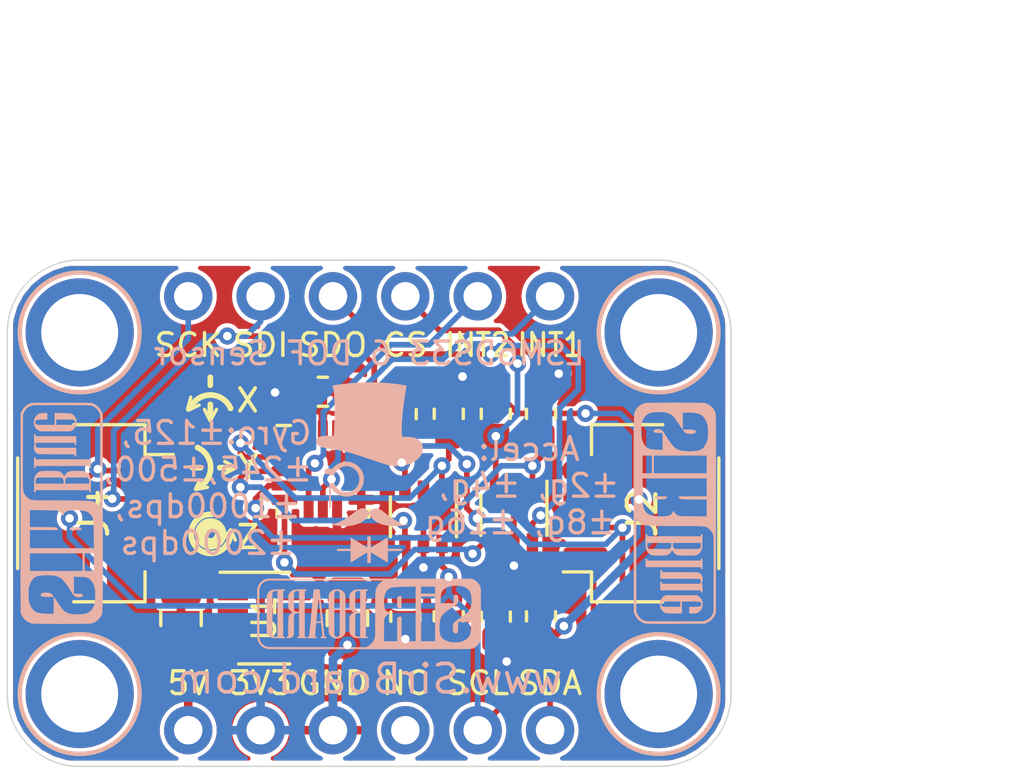
<source format=kicad_pcb>
(kicad_pcb (version 20171130) (host pcbnew "(5.1.2)-2")
  (title_block (title "LSM6DS33 Breakout with 5V Level Shift") (date 2020-01-21) (rev 2) (company SirBoard) (comment 1 "Gyroscope: ±125/±245/±500/±1000/±2000 dps") (comment 2 "Accelerometer: ±2g, ±4g, ±8g, ±16g") (comment 3 "Digital Accelerometer and Gyroscope with I2C and SPI") (comment 4 "LSM6DS33 - SirBlue"))
  (layers (0 F.Cu signal) (31 B.Cu signal) (34 B.Paste user hide) (35 F.Paste user hide) (36 B.SilkS user) (37 F.SilkS user) (38 B.Mask user hide) (39 F.Mask user hide) (44 Edge.Cuts user))
  (net 0 "")
  (net 1 GND)
  (net 2 5V)
  (net 3 3V3)
  (net 4 "Net-(U1-Pad4)")
  (net 5 INT1)
  (net 6 SCL_5V)
  (net 7 SDA_3V3)
  (net 8 SDA_5V)
  (net 9 SCL_3V3)
  (net 10 CS_5V)
  (net 11 CS_3V3)
  (net 12 NC)
  (net 13 SDO_5V)
  (net 14 SDO_3V3)
  (net 15 INT2)
  (net 16 "Net-(U2-Pad14)")
  (module SirBoardLibrary:QFN-COL-16-P=0.5 (layer F.Cu) (at 63.6524 34.4932)
    (fp_text reference U2 hide)
    (fp_text value LSM6DS33)
    (pad 16 smd roundrect (at -0.5 -1.35) (size 0.35 0.9) (layers F.Cu F.Paste F.Mask) (roundrect_rratio 0.15) (net 3 3V3))
    (pad 15 smd roundrect (at 0 -1.35) (size 0.35 0.9) (layers F.Cu F.Paste F.Mask) (roundrect_rratio 0.15) (net 1 GND))
    (pad 14 smd roundrect (at 0.5 -1.35) (size 0.35 0.9) (layers F.Cu F.Paste F.Mask) (roundrect_rratio 0.15) (net 16 "Net-(U2-Pad14)"))
    (pad 13 smd roundrect (at 1.35 -1 270) (size 0.35 0.9) (layers F.Cu F.Paste F.Mask) (roundrect_rratio 0.15) (net 1 GND))
    (pad 12 smd roundrect (at 1.35 -0.5 270) (size 0.35 0.9) (layers F.Cu F.Paste F.Mask) (roundrect_rratio 0.15) (net 1 GND))
    (pad 11 smd roundrect (at 1.35 0 270) (size 0.35 0.9) (layers F.Cu F.Paste F.Mask) (roundrect_rratio 0.15) (net 1 GND))
    (pad 10 smd roundrect (at 1.35 0.5 270) (size 0.35 0.9) (layers F.Cu F.Paste F.Mask) (roundrect_rratio 0.15) (net 1 GND))
    (pad 9 smd roundrect (at 1.35 1 270) (size 0.35 0.9) (layers F.Cu F.Paste F.Mask) (roundrect_rratio 0.15) (net 1 GND))
    (pad 8 smd roundrect (at 0.5 1.35 180) (size 0.35 0.9) (layers F.Cu F.Paste F.Mask) (roundrect_rratio 0.15) (net 1 GND))
    (pad 7 smd roundrect (at 0 1.35 180) (size 0.35 0.9) (layers F.Cu F.Paste F.Mask) (roundrect_rratio 0.15) (net 5 INT1))
    (pad 6 smd roundrect (at -0.5 1.35 180) (size 0.35 0.9) (layers F.Cu F.Paste F.Mask) (roundrect_rratio 0.15) (net 15 INT2))
    (pad 5 smd roundrect (at -1.35 1 90) (size 0.35 0.9) (layers F.Cu F.Paste F.Mask) (roundrect_rratio 0.15) (net 11 CS_3V3))
    (pad 4 smd roundrect (at -1.35 0.5 90) (size 0.35 0.9) (layers F.Cu F.Paste F.Mask) (roundrect_rratio 0.15) (net 14 SDO_3V3))
    (pad 3 smd roundrect (at -1.35 0 90) (size 0.35 0.9) (layers F.Cu F.Paste F.Mask) (roundrect_rratio 0.15) (net 7 SDA_3V3))
    (pad 2 smd roundrect (at -1.35 -0.5 90) (size 0.35 0.9) (layers F.Cu F.Paste F.Mask) (roundrect_rratio 0.15) (net 9 SCL_3V3))
    (pad 1 smd roundrect (at -1.35 -1 90) (size 0.35 0.9) (layers F.Cu F.Paste F.Mask) (roundrect_rratio 0.15) (net 3 3V3))
  )
  (module Capacitor_SMD:C_0603_1608Metric (layer F.Cu) (at 63.6524 31.6992)
    (fp_text reference C2 hide)
    (fp_text value 100nF)
    (pad 2 smd roundrect (at 0.7875 0) (size 0.875 0.95) (layers F.Cu F.Paste F.Mask) (net 1 GND))
    (pad 1 smd roundrect (at -0.7875 0) (size 0.875 0.95) (layers F.Cu F.Paste F.Mask) (net 3 3V3))
  )
  (module logo:SirBoard79x25 (layer B.Cu) (at 65.278 39.497 180)
    (fp_text reference G*** hide)
    (fp_text value LOGO hide)
  )
  (module logo:logo63x89 (layer B.Cu) (at 65.278 34.544 180)
    (fp_text reference G*** hide)
    (fp_text value LOGO hide)
  )
  (module logo:SirBlue78x29 (layer B.Cu) (at 76.0095 35.9664 270)
    (fp_text reference G*** hide)
    (fp_text value LOGO hide)
  )
  (module logo:SirBlue78x29 (layer B.Cu) (at 54.483 35.9664 90)
    (fp_text reference G*** hide)
    (fp_text value LOGO hide)
  )
  (module Connector_PinHeader_2.54mm:PinHeader_1x06_P2.54mm_Vertical (layer B.Cu) (at 58.928 28.3464 270)
    (fp_text reference J3 hide)
    (fp_text value Conn_01x06)
    (pad 6 thru_hole oval (at 0 -12.7 270) (size 1.7 1.7) (drill 1) (layers *.Cu *.Mask) (net 5 INT1))
    (pad 5 thru_hole oval (at 0 -10.16 270) (size 1.7 1.7) (drill 1) (layers *.Cu *.Mask) (net 15 INT2))
    (pad 4 thru_hole oval (at 0 -7.62 270) (size 1.7 1.7) (drill 1) (layers *.Cu *.Mask) (net 10 CS_5V))
    (pad 3 thru_hole oval (at 0 -5.08 270) (size 1.7 1.7) (drill 1) (layers *.Cu *.Mask) (net 13 SDO_5V))
    (pad 2 thru_hole oval (at 0 -2.54 270) (size 1.7 1.7) (drill 1) (layers *.Cu *.Mask) (net 8 SDA_5V))
    (pad 1 thru_hole circle (at 0 0 270) (size 1.7 1.7) (drill 1) (layers *.Cu *.Mask) (net 6 SCL_5V))
  )
  (module Connector_PinHeader_2.54mm:PinHeader_1x06_P2.54mm_Vertical (layer B.Cu) (at 58.928 43.5864 270)
    (fp_text reference J1 hide)
    (fp_text value Conn_01x06)
    (pad 6 thru_hole oval (at 0 -12.7 270) (size 1.7 1.7) (drill 1) (layers *.Cu *.Mask) (net 8 SDA_5V))
    (pad 5 thru_hole oval (at 0 -10.16 270) (size 1.7 1.7) (drill 1) (layers *.Cu *.Mask) (net 6 SCL_5V))
    (pad 4 thru_hole oval (at 0 -7.62 270) (size 1.7 1.7) (drill 1) (layers *.Cu *.Mask) (net 12 NC))
    (pad 3 thru_hole oval (at 0 -5.08 270) (size 1.7 1.7) (drill 1) (layers *.Cu *.Mask) (net 1 GND))
    (pad 2 thru_hole oval (at 0 -2.54 270) (size 1.7 1.7) (drill 1) (layers *.Cu *.Mask) (net 3 3V3))
    (pad 1 thru_hole circle (at 0 0 270) (size 1.7 1.7) (drill 1) (layers *.Cu *.Mask) (net 2 5V))
  )
  (module Package_TO_SOT_SMD:SOT-23-5 (layer F.Cu) (at 61.595 39.6494)
    (fp_text reference U1 (at 0 0 90) (layer F.SilkS) (effects (font (size 0.8 0.8) (thickness 0.12))))
    (fp_text value AP2127K-3.3)
    (pad 5 smd rect (at 1.1 -0.95) (size 1.06 0.65) (layers F.Cu F.Paste F.Mask) (net 3 3V3))
    (pad 4 smd rect (at 1.1 0.95) (size 1.06 0.65) (layers F.Cu F.Paste F.Mask) (net 4 "Net-(U1-Pad4)"))
    (pad 3 smd rect (at -1.1 0.95) (size 1.06 0.65) (layers F.Cu F.Paste F.Mask) (net 2 5V))
    (pad 2 smd rect (at -1.1 0) (size 1.06 0.65) (layers F.Cu F.Paste F.Mask) (net 1 GND))
    (pad 1 smd rect (at -1.1 -0.95) (size 1.06 0.65) (layers F.Cu F.Paste F.Mask) (net 2 5V))
  )
  (module Connector_JST:JST_SH_SM04B-SRSS-TB_1x04-1MP_P1.00mm_Horizontal (layer F.Cu) (at 55.626 35.9664 270)
    (fp_text reference J4 (at 0 0 270) (layer F.SilkS))
    (fp_text value Conn_01x04)
    (pad MP smd roundrect (at 2.8 1.875 270) (size 1.2 1.8) (layers F.Cu F.Paste F.Mask) (roundrect_rratio 0.208333))
    (pad MP smd roundrect (at -2.8 1.875 270) (size 1.2 1.8) (layers F.Cu F.Paste F.Mask) (roundrect_rratio 0.208333))
    (pad 4 smd roundrect (at 1.5 -2 270) (size 0.6 1.55) (layers F.Cu F.Paste F.Mask) (net 1 GND))
    (pad 3 smd roundrect (at 0.5 -2 270) (size 0.6 1.55) (layers F.Cu F.Paste F.Mask) (net 2 5V))
    (pad 2 smd roundrect (at -0.5 -2 270) (size 0.6 1.55) (layers F.Cu F.Paste F.Mask) (net 8 SDA_5V))
    (pad 1 smd roundrect (at -1.5 -2 270) (size 0.6 1.55) (layers F.Cu F.Paste F.Mask) (net 6 SCL_5V))
  )
  (module Connector_JST:JST_SH_SM04B-SRSS-TB_1x04-1MP_P1.00mm_Horizontal (layer F.Cu) (at 74.8665 35.9664 90)
    (fp_text reference J2 (at 0 0 90) (layer F.SilkS))
    (fp_text value Conn_01x04)
    (pad MP smd roundrect (at 2.8 1.875 90) (size 1.2 1.8) (layers F.Cu F.Paste F.Mask) (roundrect_rratio 0.208333))
    (pad MP smd roundrect (at -2.8 1.875 90) (size 1.2 1.8) (layers F.Cu F.Paste F.Mask) (roundrect_rratio 0.208333))
    (pad 4 smd roundrect (at 1.5 -2 90) (size 0.6 1.55) (layers F.Cu F.Paste F.Mask) (net 1 GND))
    (pad 3 smd roundrect (at 0.5 -2 90) (size 0.6 1.55) (layers F.Cu F.Paste F.Mask) (net 2 5V))
    (pad 2 smd roundrect (at -0.5 -2 90) (size 0.6 1.55) (layers F.Cu F.Paste F.Mask) (net 8 SDA_5V))
    (pad 1 smd roundrect (at -1.5 -2 90) (size 0.6 1.55) (layers F.Cu F.Paste F.Mask) (net 6 SCL_5V))
  )
  (module Capacitor_SMD:C_0805_2012Metric (layer F.Cu) (at 64.516 39.6494 270)
    (fp_text reference C4 hide)
    (fp_text value 10uF)
    (pad 2 smd roundrect (at 0.9375 0 270) (size 0.975 1.4) (layers F.Cu F.Paste F.Mask) (net 1 GND))
    (pad 1 smd roundrect (at -0.9375 0 270) (size 0.975 1.4) (layers F.Cu F.Paste F.Mask) (net 3 3V3))
  )
  (module Capacitor_SMD:C_0805_2012Metric (layer F.Cu) (at 58.674 39.6494 90)
    (fp_text reference C1 hide)
    (fp_text value 10uF)
    (pad 2 smd roundrect (at 0.9375 0 90) (size 0.975 1.4) (layers F.Cu F.Paste F.Mask) (net 1 GND))
    (pad 1 smd roundrect (at -0.9375 0 90) (size 0.975 1.4) (layers F.Cu F.Paste F.Mask) (net 2 5V))
  )
  (module SirBoardLibrary:MountingHole_M2.5_SirBoard (layer F.Cu) (at 55.118 42.3164 270)
    (fp_text reference H1 hide)
    (fp_text value MountingHole)
    (pad 1 thru_hole circle (at 0 0 270) (size 3.8 3.8) (drill 2.7) (layers *.Cu *.Mask))
  )
  (module SirBoardLibrary:MountingHole_M2.5_SirBoard (layer F.Cu) (at 55.118 29.6164 270)
    (fp_text reference H2 hide)
    (fp_text value MountingHole)
    (pad 1 thru_hole circle (at 0 0 270) (size 3.8 3.8) (drill 2.7) (layers *.Cu *.Mask))
  )
  (module SirBoardLibrary:MountingHole_M2.5_SirBoard (layer F.Cu) (at 75.438 42.3164 90)
    (fp_text reference H3 hide)
    (fp_text value MountingHole)
    (pad 1 thru_hole circle (at 0 0 90) (size 3.8 3.8) (drill 2.7) (layers *.Cu *.Mask))
  )
  (module SirBoardLibrary:MountingHole_M2.5_SirBoard (layer F.Cu) (at 75.438 29.6164 90)
    (fp_text reference H4 hide)
    (fp_text value MountingHole)
    (pad 1 thru_hole circle (at 0 0 90) (size 3.8 3.8) (drill 2.7) (layers *.Cu *.Mask))
  )
  (module Resistor_SMD:R_0603_1608Metric (layer F.Cu) (at 66.421 32.4866 270)
    (fp_text reference R8 hide)
    (fp_text value 10K)
    (pad 2 smd roundrect (at 0.7875 0 270) (size 0.875 0.95) (layers F.Cu F.Paste F.Mask) (net 8 SDA_5V))
    (pad 1 smd roundrect (at -0.7875 0 270) (size 0.875 0.95) (layers F.Cu F.Paste F.Mask) (net 2 5V))
  )
  (module Resistor_SMD:R_0603_1608Metric (layer F.Cu) (at 66.548 39.5986 270)
    (fp_text reference R7 hide)
    (fp_text value 10K)
    (pad 2 smd roundrect (at 0.7875 0 270) (size 0.875 0.95) (layers F.Cu F.Paste F.Mask) (net 3 3V3))
    (pad 1 smd roundrect (at -0.7875 0 270) (size 0.875 0.95) (layers F.Cu F.Paste F.Mask) (net 7 SDA_3V3))
  )
  (module Resistor_SMD:R_0603_1608Metric (layer F.Cu) (at 68.072 39.5859 90)
    (fp_text reference R6 hide)
    (fp_text value 10K)
    (pad 2 smd roundrect (at 0.7875 0 90) (size 0.875 0.95) (layers F.Cu F.Paste F.Mask) (net 6 SCL_5V))
    (pad 1 smd roundrect (at -0.7875 0 90) (size 0.875 0.95) (layers F.Cu F.Paste F.Mask) (net 2 5V))
  )
  (module Resistor_SMD:R_0603_1608Metric (layer F.Cu) (at 68.072 32.4739 90)
    (fp_text reference R5 hide)
    (fp_text value 10K)
    (pad 2 smd roundrect (at 0.7875 0 90) (size 0.875 0.95) (layers F.Cu F.Paste F.Mask) (net 3 3V3))
    (pad 1 smd roundrect (at -0.7875 0 90) (size 0.875 0.95) (layers F.Cu F.Paste F.Mask) (net 9 SCL_3V3))
  )
  (module Resistor_SMD:R_0603_1608Metric (layer F.Cu) (at 69.723 32.4739 270)
    (fp_text reference R4 hide)
    (fp_text value 10K)
    (pad 2 smd roundrect (at 0.7875 0 270) (size 0.875 0.95) (layers F.Cu F.Paste F.Mask) (net 10 CS_5V))
    (pad 1 smd roundrect (at -0.7875 0 270) (size 0.875 0.95) (layers F.Cu F.Paste F.Mask) (net 2 5V))
  )
  (module Resistor_SMD:R_0603_1608Metric (layer F.Cu) (at 69.723 39.5986 270)
    (fp_text reference R3 hide)
    (fp_text value 10K)
    (pad 2 smd roundrect (at 0.7875 0 270) (size 0.875 0.95) (layers F.Cu F.Paste F.Mask) (net 3 3V3))
    (pad 1 smd roundrect (at -0.7875 0 270) (size 0.875 0.95) (layers F.Cu F.Paste F.Mask) (net 11 CS_3V3))
  )
  (module Resistor_SMD:R_0603_1608Metric (layer F.Cu) (at 71.3105 39.5859 90)
    (fp_text reference R2 hide)
    (fp_text value 10K)
    (pad 2 smd roundrect (at 0.7875 0 90) (size 0.875 0.95) (layers F.Cu F.Paste F.Mask) (net 13 SDO_5V))
    (pad 1 smd roundrect (at -0.7875 0 90) (size 0.875 0.95) (layers F.Cu F.Paste F.Mask) (net 2 5V))
  )
  (module Resistor_SMD:R_0603_1608Metric (layer F.Cu) (at 71.3105 32.4739 90)
    (fp_text reference R1 hide)
    (fp_text value 10K)
    (pad 2 smd roundrect (at 0.7875 0 90) (size 0.875 0.95) (layers F.Cu F.Paste F.Mask) (net 3 3V3))
    (pad 1 smd roundrect (at -0.7875 0 90) (size 0.875 0.95) (layers F.Cu F.Paste F.Mask) (net 14 SDO_3V3))
  )
  (module Package_TO_SOT_SMD:SOT-363_SC-70-6 (layer F.Cu) (at 67.183 36.0934 270)
    (fp_text reference Q2 hide)
    (fp_text value BSS138DW)
    (pad 6 smd rect (at 0.95 -0.65 270) (size 0.65 0.4) (layers F.Cu F.Paste F.Mask) (net 6 SCL_5V))
    (pad 4 smd rect (at 0.95 0.65 270) (size 0.65 0.4) (layers F.Cu F.Paste F.Mask) (net 7 SDA_3V3))
    (pad 2 smd rect (at -0.95 0 270) (size 0.65 0.4) (layers F.Cu F.Paste F.Mask) (net 3 3V3))
    (pad 5 smd rect (at 0.95 0 270) (size 0.65 0.4) (layers F.Cu F.Paste F.Mask) (net 3 3V3))
    (pad 3 smd rect (at -0.95 0.65 270) (size 0.65 0.4) (layers F.Cu F.Paste F.Mask) (net 8 SDA_5V))
    (pad 1 smd rect (at -0.95 -0.65 270) (size 0.65 0.4) (layers F.Cu F.Paste F.Mask) (net 9 SCL_3V3))
  )
  (module Package_TO_SOT_SMD:SOT-363_SC-70-6 (layer F.Cu) (at 70.358 36.0426 270)
    (fp_text reference Q1 hide)
    (fp_text value BSS138DW)
    (pad 6 smd rect (at 0.95 -0.65 270) (size 0.65 0.4) (layers F.Cu F.Paste F.Mask) (net 13 SDO_5V))
    (pad 4 smd rect (at 0.95 0.65 270) (size 0.65 0.4) (layers F.Cu F.Paste F.Mask) (net 11 CS_3V3))
    (pad 2 smd rect (at -0.95 0 270) (size 0.65 0.4) (layers F.Cu F.Paste F.Mask) (net 3 3V3))
    (pad 5 smd rect (at 0.95 0 270) (size 0.65 0.4) (layers F.Cu F.Paste F.Mask) (net 3 3V3))
    (pad 3 smd rect (at -0.95 0.65 270) (size 0.65 0.4) (layers F.Cu F.Paste F.Mask) (net 10 CS_5V))
    (pad 1 smd rect (at -0.95 -0.65 270) (size 0.65 0.4) (layers F.Cu F.Paste F.Mask) (net 14 SDO_3V3))
  )
  (gr_text "Accel: \n±2g, ±4g, \n±8g, ±16g\n" (at 70.5866 35.0012) (layer B.SilkS) (effects (font (size 0.8 0.8) (thickness 0.12)) (justify mirror)))
  (gr_text "Gyro:±125, \n±245,±500,\n±1000dps,\n±2000dps\n" (at 59.6138 35.0774) (layer B.SilkS) (effects (font (size 0.8 0.8) (thickness 0.12)) (justify mirror)))
  (gr_line (start 60.4139 36.5506) (end 60.1726 36.8554) (layer F.SilkS) (width 0.12))
  (gr_line (start 60.4266 36.5633) (end 60.579 36.9062) (layer F.SilkS) (width 0.12))
  (gr_line (start 59.3344 34.798) (end 59.182 35.1155) (layer F.SilkS) (width 0.12))
  (gr_line (start 59.1947 35.1282) (end 59.6011 35.052) (layer F.SilkS) (width 0.12))
  (gr_arc (start 58.9407 34.3662) (end 59.2455 35.0774) (angle -132.8389205) (layer F.SilkS) (width 0.2))
  (gr_line (start 59.0804 34.3662) (end 59.3598 34.3662) (layer F.SilkS) (width 0.2))
  (gr_line (start 60.0329 34.3662) (end 60.5155 34.3662) (layer F.SilkS) (width 0.2))
  (gr_line (start 60.6044 34.3662) (end 60.2107 34.1503) (layer F.SilkS) (width 0.12))
  (gr_line (start 60.5917 34.3789) (end 60.2107 34.5694) (layer F.SilkS) (width 0.12))
  (gr_line (start 59.69 32.7025) (end 59.4995 32.3215) (layer F.SilkS) (width 0.12))
  (gr_line (start 59.7027 32.7152) (end 59.9186 32.3215) (layer F.SilkS) (width 0.12))
  (gr_text Y (at 61.0362 34.3408) (layer F.SilkS) (effects (font (size 0.8 0.8) (thickness 0.13))))
  (gr_text Z (at 61.0235 36.7284 180) (layer F.SilkS) (effects (font (size 0.8 0.8) (thickness 0.13))))
  (gr_text X (at 61.0108 32.004) (layer F.SilkS) (effects (font (size 0.8 0.8) (thickness 0.13))))
  (gr_circle (center 59.7154 36.6903) (end 59.8654 36.6903) (layer F.SilkS) (width 0.4))
  (gr_arc (start 59.7154 36.6903) (end 59.7408 36.0045) (angle -272.1210964) (layer F.SilkS) (width 0.2))
  (gr_line (start 59.7027 32.1437) (end 59.7027 32.6263) (layer F.SilkS) (width 0.2))
  (gr_line (start 59.7027 31.1912) (end 59.7027 31.4706) (layer F.SilkS) (width 0.2))
  (gr_arc (start 59.7027 32.5882) (end 60.4139 32.2834) (angle -132.8389205) (layer F.SilkS) (width 0.2))
  (gr_line (start 59.0169 31.8897) (end 58.9026 32.3215) (layer F.SilkS) (width 0.12))
  (gr_line (start 58.928 32.3469) (end 59.309 32.1691) (layer F.SilkS) (width 0.12))
  (gr_text INT1 (at 71.628 30.0609) (layer F.SilkS) (effects (font (size 0.8 0.7) (thickness 0.12))))
  (gr_text INT2 (at 69.088 30.0609) (layer F.SilkS) (effects (font (size 0.8 0.7) (thickness 0.12))))
  (gr_text SCK (at 58.928 30.0609) (layer F.SilkS) (effects (font (size 0.8 0.8) (thickness 0.12))))
  (gr_text SDI (at 61.468 30.0609) (layer F.SilkS) (effects (font (size 0.8 0.8) (thickness 0.12))))
  (gr_text SDO (at 64.008 30.0609) (layer F.SilkS) (effects (font (size 0.8 0.8) (thickness 0.12))))
  (gr_text CS (at 66.548 30.0609) (layer F.SilkS) (effects (font (size 0.8 0.8) (thickness 0.12))))
  (gr_text 5V (at 58.928 41.9354) (layer F.SilkS) (effects (font (size 0.8 0.8) (thickness 0.12))))
  (gr_text 3V3 (at 61.468 41.9354) (layer F.SilkS) (effects (font (size 0.8 0.8) (thickness 0.12))))
  (gr_text GND (at 64.008 41.9354) (layer F.SilkS) (effects (font (size 0.8 0.8) (thickness 0.12))))
  (gr_text NC (at 66.548 41.9354) (layer F.SilkS) (effects (font (size 0.8 0.8) (thickness 0.12))))
  (gr_text SCL (at 69.088 41.9354) (layer F.SilkS) (effects (font (size 0.8 0.8) (thickness 0.12))))
  (gr_text SDA (at 71.628 41.9354) (layer F.SilkS) (effects (font (size 0.8 0.8) (thickness 0.12))))
  (gr_arc (start 55.118 29.6164) (end 55.118 27.0764) (angle -90) (layer Edge.Cuts) (width 0.05))
  (gr_arc (start 75.438 29.6164) (end 77.978 29.6164) (angle -90) (layer Edge.Cuts) (width 0.05))
  (gr_arc (start 75.438 42.3164) (end 75.438 44.8564) (angle -90) (layer Edge.Cuts) (width 0.05))
  (gr_arc (start 55.118 42.3164) (end 52.578 42.3164) (angle -90) (layer Edge.Cuts) (width 0.05))
  (gr_line (start 52.578 42.3164) (end 52.578 29.6164) (layer Edge.Cuts) (width 0.05))
  (gr_line (start 55.118 27.0764) (end 75.438 27.0764) (layer Edge.Cuts) (width 0.05))
  (gr_line (start 77.978 29.6164) (end 77.978 42.3164) (layer Edge.Cuts) (width 0.05))
  (gr_line (start 75.438 44.8564) (end 55.118 44.8564) (layer Edge.Cuts) (width 0.05))
  (gr_text "LSM6DS33 6 DOF Sensor" (at 65.278 30.353) (layer B.SilkS) (effects (font (size 0.8 0.8) (thickness 0.12)) (justify mirror)))
  (gr_text www.SirBoard.com (at 65.278 41.783) (layer B.SilkS) (effects (font (size 1 1) (thickness 0.13)) (justify mirror)))
  (via (at 64.516 40.5892) (size 0.6) (drill 0.3) (layers F.Cu B.Cu) (net 1))
  (segment (start 64.008 41.0972) (end 64.516 40.5892) (width 0.3) (layer B.Cu) (net 1))
  (segment (start 64.008 43.5864) (end 64.008 41.0972) (width 0.3) (layer B.Cu) (net 1))
  (segment (start 58.674 40.5869) (end 58.674 41.7449) (width 0.3) (layer F.Cu) (net 2))
  (segment (start 58.928 41.9989) (end 58.928 43.5864) (width 0.3) (layer F.Cu) (net 2))
  (segment (start 58.674 41.7449) (end 58.928 41.9989) (width 0.3) (layer F.Cu) (net 2))
  (segment (start 58.6865 40.5994) (end 58.674 40.5869) (width 0.3) (layer F.Cu) (net 2))
  (segment (start 60.495 40.5994) (end 58.6865 40.5994) (width 0.3) (layer F.Cu) (net 2))
  (segment (start 61.2165 40.5994) (end 60.495 40.5994) (width 0.3) (layer F.Cu) (net 2))
  (segment (start 61.468 40.3479) (end 61.2165 40.5994) (width 0.3) (layer F.Cu) (net 2))
  (segment (start 61.468 38.9509) (end 61.468 40.3479) (width 0.3) (layer F.Cu) (net 2))
  (segment (start 60.495 38.6994) (end 61.2165 38.6994) (width 0.3) (layer F.Cu) (net 2))
  (segment (start 61.2165 38.6994) (end 61.468 38.9509) (width 0.3) (layer F.Cu) (net 2))
  (segment (start 70.848888 39.911788) (end 71.3105 40.3734) (width 0.2) (layer F.Cu) (net 2))
  (segment (start 70.523 39.5859) (end 70.848888 39.911788) (width 0.2) (layer F.Cu) (net 2))
  (segment (start 68.072 40.3734) (end 68.8595 39.5859) (width 0.2) (layer F.Cu) (net 2))
  (segment (start 68.8595 39.5859) (end 70.523 39.5859) (width 0.2) (layer F.Cu) (net 2))
  (segment (start 69.261388 32.148012) (end 69.723 31.6864) (width 0.2) (layer F.Cu) (net 2))
  (segment (start 68.9355 32.4739) (end 69.261388 32.148012) (width 0.2) (layer F.Cu) (net 2))
  (segment (start 66.421 31.6991) (end 67.1958 32.4739) (width 0.2) (layer F.Cu) (net 2))
  (segment (start 67.1958 32.4739) (end 68.9355 32.4739) (width 0.2) (layer F.Cu) (net 2))
  (segment (start 68.072 40.3734) (end 66.637 41.8084) (width 0.3) (layer F.Cu) (net 2))
  (segment (start 66.637 41.8084) (end 60.96 41.8084) (width 0.3) (layer F.Cu) (net 2))
  (segment (start 60.495 41.3434) (end 60.495 40.5994) (width 0.3) (layer F.Cu) (net 2))
  (segment (start 60.96 41.8084) (end 60.495 41.3434) (width 0.3) (layer F.Cu) (net 2))
  (via (at 72.1106 39.9288) (size 0.6) (drill 0.3) (layers F.Cu B.Cu) (net 2))
  (segment (start 71.3105 40.3734) (end 71.666 40.3734) (width 0.3) (layer F.Cu) (net 2))
  (segment (start 71.666 40.3734) (end 72.1106 39.9288) (width 0.3) (layer F.Cu) (net 2))
  (segment (start 72.1106 39.9288) (end 75.1078 36.9316) (width 0.3) (layer B.Cu) (net 2))
  (via (at 74.7522 35.4838) (size 0.6) (drill 0.3) (layers F.Cu B.Cu) (net 2))
  (segment (start 75.1078 36.9316) (end 75.1078 35.8394) (width 0.3) (layer B.Cu) (net 2))
  (segment (start 75.1078 35.8394) (end 74.7522 35.4838) (width 0.3) (layer B.Cu) (net 2))
  (segment (start 72.8839 35.4838) (end 72.8665 35.4664) (width 0.3) (layer F.Cu) (net 2))
  (segment (start 74.7522 35.4838) (end 72.8839 35.4838) (width 0.3) (layer F.Cu) (net 2))
  (segment (start 70.4978 32.4612) (end 72.8726 32.4612) (width 0.2) (layer F.Cu) (net 2))
  (segment (start 69.723 31.6864) (end 70.4978 32.4612) (width 0.2) (layer F.Cu) (net 2))
  (via (at 72.8726 32.4612) (size 0.6) (drill 0.3) (layers F.Cu B.Cu) (net 2))
  (segment (start 74.7522 33.1216) (end 74.7522 35.4838) (width 0.2) (layer B.Cu) (net 2))
  (segment (start 72.8726 32.4612) (end 74.0918 32.4612) (width 0.2) (layer B.Cu) (net 2))
  (segment (start 74.0918 32.4612) (end 74.7522 33.1216) (width 0.2) (layer B.Cu) (net 2))
  (segment (start 57.5541 40.5869) (end 58.674 40.5869) (width 0.3) (layer F.Cu) (net 2))
  (segment (start 55.7784 38.8112) (end 57.5541 40.5869) (width 0.3) (layer F.Cu) (net 2))
  (segment (start 55.7784 37.0586) (end 55.7784 38.8112) (width 0.3) (layer F.Cu) (net 2))
  (segment (start 57.626 36.4664) (end 56.3706 36.4664) (width 0.3) (layer F.Cu) (net 2))
  (segment (start 56.3706 36.4664) (end 55.7784 37.0586) (width 0.3) (layer F.Cu) (net 2))
  (segment (start 64.5035 38.6994) (end 64.516 38.7119) (width 0.3) (layer F.Cu) (net 3))
  (segment (start 62.695 38.6994) (end 63.561 38.6994) (width 0.3) (layer F.Cu) (net 3))
  (segment (start 63.561 38.6994) (end 64.5035 38.6994) (width 0.3) (layer F.Cu) (net 3))
  (via (at 66.548 40.386) (size 0.6) (drill 0.3) (layers F.Cu B.Cu) (net 3))
  (segment (start 66.1902 40.3861) (end 66.548 40.3861) (width 0.2) (layer F.Cu) (net 3))
  (segment (start 64.516 38.7119) (end 66.1902 40.3861) (width 0.2) (layer F.Cu) (net 3))
  (segment (start 67.183 37.0434) (end 67.183 35.1434) (width 0.2) (layer F.Cu) (net 3))
  (segment (start 70.358 35.0926) (end 70.358 36.9926) (width 0.2) (layer F.Cu) (net 3))
  (via (at 67.183 37.8714) (size 0.6) (drill 0.3) (layers F.Cu B.Cu) (net 3))
  (segment (start 67.183 37.0434) (end 67.183 37.8714) (width 0.2) (layer F.Cu) (net 3))
  (via (at 70.358 37.8079) (size 0.6) (drill 0.3) (layers F.Cu B.Cu) (net 3))
  (segment (start 70.358 36.9926) (end 70.358 37.8079) (width 0.2) (layer F.Cu) (net 3))
  (via (at 70.104 41.1734) (size 0.6) (drill 0.3) (layers F.Cu B.Cu) (net 3))
  (segment (start 69.723 40.3861) (end 69.723 40.7924) (width 0.2) (layer F.Cu) (net 3))
  (segment (start 69.723 40.7924) (end 70.104 41.1734) (width 0.2) (layer F.Cu) (net 3))
  (via (at 71.9328 31.0642) (size 0.6) (drill 0.3) (layers F.Cu B.Cu) (net 3))
  (segment (start 71.3105 31.6864) (end 71.3106 31.6864) (width 0.3) (layer F.Cu) (net 3))
  (segment (start 71.3106 31.6864) (end 71.9328 31.0642) (width 0.3) (layer F.Cu) (net 3))
  (via (at 68.5546 31.1658) (size 0.6) (drill 0.3) (layers F.Cu B.Cu) (net 3))
  (segment (start 68.072 31.6864) (end 68.072 31.6484) (width 0.3) (layer F.Cu) (net 3))
  (segment (start 68.072 31.6484) (end 68.5546 31.1658) (width 0.3) (layer F.Cu) (net 3))
  (via (at 68.5546 31.1658) (size 0.6) (drill 0.3) (layers F.Cu B.Cu) (net 3))
  (segment (start 62.6524 33.1432) (end 62.3024 33.4932) (width 0.2) (layer F.Cu) (net 3))
  (segment (start 63.1524 33.1432) (end 62.6524 33.1432) (width 0.2) (layer F.Cu) (net 3))
  (segment (start 62.6524 32.4867) (end 62.6524 33.1432) (width 0.2) (layer F.Cu) (net 3))
  (segment (start 62.8649 32.2742) (end 62.6524 32.4867) (width 0.2) (layer F.Cu) (net 3))
  (segment (start 62.8649 31.6992) (end 62.8649 32.2742) (width 0.2) (layer F.Cu) (net 3))
  (via (at 61.976 31.7246) (size 0.6) (drill 0.3) (layers F.Cu B.Cu) (net 3))
  (segment (start 62.8649 31.6992) (end 62.0014 31.6992) (width 0.2) (layer F.Cu) (net 3))
  (segment (start 62.0014 31.6992) (end 61.976 31.7246) (width 0.2) (layer F.Cu) (net 3))
  (via (at 63.9572 34.7726) (size 0.6) (drill 0.3) (layers F.Cu B.Cu) (net 5))
  (segment (start 63.6524 35.8432) (end 63.6524 35.0774) (width 0.2) (layer F.Cu) (net 5))
  (segment (start 63.6524 35.0774) (end 63.9572 34.7726) (width 0.2) (layer F.Cu) (net 5))
  (segment (start 63.9572 34.348336) (end 64.1858 34.119736) (width 0.2) (layer B.Cu) (net 5))
  (segment (start 63.9572 34.7726) (end 63.9572 34.348336) (width 0.2) (layer B.Cu) (net 5))
  (segment (start 64.1858 34.119736) (end 64.1858 32.4612) (width 0.2) (layer B.Cu) (net 5))
  (segment (start 64.1858 32.4612) (end 66.0908 30.5562) (width 0.2) (layer B.Cu) (net 5))
  (segment (start 66.0908 30.5562) (end 67.8688 30.5562) (width 0.2) (layer B.Cu) (net 5))
  (segment (start 67.8688 30.5562) (end 68.7578 29.6672) (width 0.2) (layer B.Cu) (net 5))
  (segment (start 70.3072 29.6672) (end 71.628 28.3464) (width 0.2) (layer B.Cu) (net 5))
  (segment (start 68.7578 29.6672) (end 70.3072 29.6672) (width 0.2) (layer B.Cu) (net 5))
  (segment (start 67.833 37.0434) (end 67.833 37.8229) (width 0.2) (layer F.Cu) (net 6))
  (segment (start 68.072 38.0619) (end 68.072 38.7984) (width 0.2) (layer F.Cu) (net 6))
  (segment (start 67.833 37.8229) (end 68.072 38.0619) (width 0.2) (layer F.Cu) (net 6))
  (via (at 68.072 38.2016) (size 0.6) (drill 0.3) (layers F.Cu B.Cu) (net 6))
  (segment (start 68.072 38.0619) (end 68.071994 38.061906) (width 0.2) (layer F.Cu) (net 6))
  (segment (start 70.9676 41.7068) (end 69.088 43.5864) (width 0.2) (layer F.Cu) (net 6))
  (segment (start 71.628 41.7068) (end 70.9676 41.7068) (width 0.2) (layer F.Cu) (net 6))
  (segment (start 73.152 40.1828) (end 71.628 41.7068) (width 0.2) (layer F.Cu) (net 6))
  (segment (start 72.8665 37.4664) (end 73.152 37.7519) (width 0.2) (layer F.Cu) (net 6))
  (segment (start 73.152 37.7519) (end 73.152 40.1828) (width 0.2) (layer F.Cu) (net 6))
  (via (at 54.7624 36.1442) (size 0.6) (drill 0.3) (layers F.Cu B.Cu) (net 6))
  (segment (start 54.7624 35.3822) (end 54.7624 36.1442) (width 0.2) (layer F.Cu) (net 6))
  (segment (start 57.626 34.4664) (end 55.6782 34.4664) (width 0.2) (layer F.Cu) (net 6))
  (segment (start 55.6782 34.4664) (end 54.7624 35.3822) (width 0.2) (layer F.Cu) (net 6))
  (via (at 55.753 34.417) (size 0.6) (drill 0.3) (layers F.Cu B.Cu) (net 6))
  (segment (start 55.753 33.02) (end 55.753 34.417) (width 0.2) (layer B.Cu) (net 6))
  (segment (start 58.928 28.3464) (end 58.928 29.845) (width 0.2) (layer B.Cu) (net 6))
  (segment (start 58.928 29.845) (end 55.753 33.02) (width 0.2) (layer B.Cu) (net 6))
  (segment (start 68.072 38.7984) (end 68.072 38.2016) (width 0.2) (layer B.Cu) (net 6))
  (segment (start 67.6528 39.2176) (end 68.072 38.7984) (width 0.2) (layer B.Cu) (net 6))
  (segment (start 57.1754 39.2176) (end 67.6528 39.2176) (width 0.2) (layer B.Cu) (net 6))
  (segment (start 54.7624 36.1442) (end 54.7624 36.8046) (width 0.2) (layer B.Cu) (net 6))
  (segment (start 54.7624 36.8046) (end 57.1754 39.2176) (width 0.2) (layer B.Cu) (net 6))
  (segment (start 69.088 39.8144) (end 68.072 38.7984) (width 0.2) (layer B.Cu) (net 6))
  (segment (start 69.088 43.5864) (end 69.088 39.8144) (width 0.2) (layer B.Cu) (net 6))
  (segment (start 66.533 38.7961) (end 66.548 38.8111) (width 0.2) (layer F.Cu) (net 7))
  (segment (start 66.533 37.0434) (end 66.533 38.7961) (width 0.2) (layer F.Cu) (net 7))
  (via (at 66.4845 36.2204) (size 0.6) (drill 0.3) (layers F.Cu B.Cu) (net 7))
  (segment (start 66.533 36.2689) (end 66.4845 36.2204) (width 0.2) (layer F.Cu) (net 7))
  (segment (start 66.533 37.0434) (end 66.533 36.2689) (width 0.2) (layer F.Cu) (net 7))
  (segment (start 66.4083 36.1442) (end 66.4845 36.2204) (width 0.2) (layer B.Cu) (net 7))
  (via (at 60.7568 35.052) (size 0.6) (drill 0.3) (layers F.Cu B.Cu) (net 7))
  (segment (start 60.7568 35.052) (end 61.468 35.052) (width 0.2) (layer B.Cu) (net 7))
  (segment (start 62.6364 36.2204) (end 66.4845 36.2204) (width 0.2) (layer B.Cu) (net 7))
  (segment (start 61.468 35.052) (end 62.6364 36.2204) (width 0.2) (layer B.Cu) (net 7))
  (segment (start 60.7568 34.7218) (end 60.7568 35.052) (width 0.2) (layer F.Cu) (net 7))
  (segment (start 62.3024 34.4932) (end 60.9854 34.4932) (width 0.2) (layer F.Cu) (net 7))
  (segment (start 60.9854 34.4932) (end 60.7568 34.7218) (width 0.2) (layer F.Cu) (net 7))
  (segment (start 66.421 33.2741) (end 66.421 34.1884) (width 0.2) (layer F.Cu) (net 8))
  (segment (start 66.533 34.3004) (end 66.533 35.1434) (width 0.2) (layer F.Cu) (net 8))
  (segment (start 66.421 34.1884) (end 66.533 34.3004) (width 0.2) (layer F.Cu) (net 8))
  (segment (start 66.421 34.1884) (end 66.421 34.1884) (width 0.2) (layer F.Cu) (net 8))
  (via (at 66.421 34.1884) (size 0.6) (drill 0.3) (layers F.Cu B.Cu) (net 8))
  (segment (start 66.421 34.1884) (end 67.0052 33.6042) (width 0.2) (layer B.Cu) (net 8))
  (via (at 68.707 34.2392) (size 0.6) (drill 0.3) (layers F.Cu B.Cu) (net 8))
  (segment (start 67.0052 33.6042) (end 68.072 33.6042) (width 0.2) (layer B.Cu) (net 8))
  (segment (start 68.072 33.6042) (end 68.707 34.2392) (width 0.2) (layer B.Cu) (net 8))
  (via (at 69.0626 36.1442) (size 0.6) (drill 0.3) (layers F.Cu B.Cu) (net 8))
  (via (at 74.168 36.4744) (size 0.6) (drill 0.3) (layers F.Cu B.Cu) (net 8))
  (segment (start 74.16 36.4664) (end 72.8665 36.4664) (width 0.2) (layer F.Cu) (net 8))
  (segment (start 74.168 36.4744) (end 74.16 36.4664) (width 0.2) (layer F.Cu) (net 8))
  (segment (start 73.5838 37.0586) (end 74.168 36.4744) (width 0.2) (layer B.Cu) (net 8))
  (segment (start 70.9168 37.0586) (end 73.5838 37.0586) (width 0.2) (layer B.Cu) (net 8))
  (segment (start 70.073799 36.215599) (end 70.9168 37.0586) (width 0.2) (layer B.Cu) (net 8))
  (segment (start 69.0626 36.1442) (end 69.133999 36.215599) (width 0.2) (layer B.Cu) (net 8))
  (segment (start 69.133999 36.215599) (end 70.073799 36.215599) (width 0.2) (layer B.Cu) (net 8))
  (segment (start 68.707 35.7886) (end 69.0626 36.1442) (width 0.2) (layer F.Cu) (net 8))
  (segment (start 68.707 34.2392) (end 68.707 35.7886) (width 0.2) (layer F.Cu) (net 8))
  (segment (start 74.168 39.637844) (end 74.168 36.4744) (width 0.2) (layer F.Cu) (net 8))
  (segment (start 71.628 43.5864) (end 71.628 42.177844) (width 0.2) (layer F.Cu) (net 8))
  (segment (start 71.628 42.177844) (end 74.168 39.637844) (width 0.2) (layer F.Cu) (net 8))
  (segment (start 57.626 35.4664) (end 56.269 35.4664) (width 0.2) (layer F.Cu) (net 8))
  (segment (start 56.269 35.4664) (end 56.261 35.4584) (width 0.2) (layer F.Cu) (net 8))
  (via (at 56.261 35.4584) (size 0.6) (drill 0.3) (layers F.Cu B.Cu) (net 8))
  (via (at 60.2996 29.7434) (size 0.6) (drill 0.3) (layers F.Cu B.Cu) (net 8))
  (segment (start 59.6392 29.7434) (end 60.2996 29.7434) (width 0.2) (layer B.Cu) (net 8))
  (segment (start 56.3118 33.0708) (end 59.6392 29.7434) (width 0.2) (layer B.Cu) (net 8))
  (segment (start 56.261 35.4584) (end 56.3118 35.4076) (width 0.2) (layer B.Cu) (net 8))
  (segment (start 56.3118 35.4076) (end 56.3118 33.0708) (width 0.2) (layer B.Cu) (net 8))
  (segment (start 60.96 29.7434) (end 60.2996 29.7434) (width 0.2) (layer B.Cu) (net 8))
  (segment (start 61.468 28.3464) (end 61.468 29.2354) (width 0.2) (layer B.Cu) (net 8))
  (segment (start 61.468 29.2354) (end 60.96 29.7434) (width 0.2) (layer B.Cu) (net 8))
  (segment (start 60.723864 29.7434) (end 60.2996 29.7434) (width 0.2) (layer F.Cu) (net 8))
  (segment (start 64.4398 29.7434) (end 60.723864 29.7434) (width 0.2) (layer F.Cu) (net 8))
  (segment (start 65.4558 30.7594) (end 64.4398 29.7434) (width 0.2) (layer F.Cu) (net 8))
  (segment (start 65.4558 32.3088) (end 65.4558 30.7594) (width 0.2) (layer F.Cu) (net 8))
  (segment (start 66.421 33.2741) (end 66.421 33.274) (width 0.2) (layer F.Cu) (net 8))
  (segment (start 66.421 33.274) (end 65.4558 32.3088) (width 0.2) (layer F.Cu) (net 8))
  (segment (start 68.072 33.2614) (end 68.072 34.0614) (width 0.2) (layer F.Cu) (net 9))
  (segment (start 67.833 34.3004) (end 67.833 35.1434) (width 0.2) (layer F.Cu) (net 9))
  (segment (start 68.072 34.0614) (end 67.833 34.3004) (width 0.2) (layer F.Cu) (net 9))
  (via (at 67.833 34.3004) (size 0.6) (drill 0.3) (layers F.Cu B.Cu) (net 9))
  (segment (start 66.7004 35.433) (end 62.6872 35.433) (width 0.2) (layer B.Cu) (net 9))
  (segment (start 67.833 34.3004) (end 66.7004 35.433) (width 0.2) (layer B.Cu) (net 9))
  (via (at 60.7568 33.5026) (size 0.6) (drill 0.3) (layers F.Cu B.Cu) (net 9))
  (segment (start 61.056799 33.802599) (end 60.7568 33.5026) (width 0.2) (layer B.Cu) (net 9))
  (segment (start 62.6872 35.433) (end 61.056799 33.802599) (width 0.2) (layer B.Cu) (net 9))
  (segment (start 60.7568 33.8328) (end 60.7568 33.5026) (width 0.2) (layer F.Cu) (net 9))
  (segment (start 62.3024 33.9932) (end 60.9172 33.9932) (width 0.2) (layer F.Cu) (net 9))
  (segment (start 60.9172 33.9932) (end 60.7568 33.8328) (width 0.2) (layer F.Cu) (net 9))
  (segment (start 69.723 35.0776) (end 69.708 35.0926) (width 0.2) (layer F.Cu) (net 10))
  (segment (start 69.723 33.2614) (end 69.723 35.0776) (width 0.2) (layer F.Cu) (net 10))
  (via (at 70.485 30.7086) (size 0.6) (drill 0.3) (layers F.Cu B.Cu) (net 10))
  (via (at 69.723 33.2614) (size 0.6) (drill 0.3) (layers F.Cu B.Cu) (net 10))
  (segment (start 70.485 30.7086) (end 70.485 32.4994) (width 0.2) (layer B.Cu) (net 10))
  (segment (start 70.485 32.4994) (end 69.723 33.2614) (width 0.2) (layer B.Cu) (net 10))
  (segment (start 70.485 30.2006) (end 70.485 30.7086) (width 0.2) (layer F.Cu) (net 10))
  (segment (start 69.8246 29.5402) (end 70.485 30.2006) (width 0.2) (layer F.Cu) (net 10))
  (segment (start 66.548 28.3464) (end 67.7418 29.5402) (width 0.2) (layer F.Cu) (net 10))
  (segment (start 67.7418 29.5402) (end 69.8246 29.5402) (width 0.2) (layer F.Cu) (net 10))
  (segment (start 69.708 38.7961) (end 69.723 38.8111) (width 0.2) (layer F.Cu) (net 11))
  (segment (start 69.708 36.9926) (end 69.708 38.7961) (width 0.2) (layer F.Cu) (net 11))
  (via (at 68.9102 37.3888) (size 0.6) (drill 0.3) (layers F.Cu B.Cu) (net 11))
  (segment (start 69.708 36.9926) (end 69.3064 36.9926) (width 0.2) (layer F.Cu) (net 11))
  (segment (start 69.3064 36.9926) (end 68.9102 37.3888) (width 0.2) (layer F.Cu) (net 11))
  (via (at 62.3062 37.6936) (size 0.6) (drill 0.3) (layers F.Cu B.Cu) (net 11))
  (segment (start 62.3062 35.497) (end 62.3024 35.4932) (width 0.2) (layer F.Cu) (net 11))
  (segment (start 62.3062 37.6936) (end 62.3062 35.497) (width 0.2) (layer F.Cu) (net 11))
  (segment (start 62.7126 38.1) (end 62.3062 37.6936) (width 0.2) (layer B.Cu) (net 11))
  (segment (start 66.0146 38.1) (end 62.7126 38.1) (width 0.2) (layer B.Cu) (net 11))
  (segment (start 66.8782 37.2364) (end 66.0146 38.1) (width 0.2) (layer B.Cu) (net 11))
  (segment (start 68.9102 37.3888) (end 68.7578 37.2364) (width 0.2) (layer B.Cu) (net 11))
  (segment (start 68.7578 37.2364) (end 66.8782 37.2364) (width 0.2) (layer B.Cu) (net 11))
  (segment (start 71.008 36.9926) (end 71.008 37.8864) (width 0.2) (layer F.Cu) (net 13))
  (segment (start 71.3105 38.1889) (end 71.3105 38.7984) (width 0.2) (layer F.Cu) (net 13))
  (segment (start 71.008 37.8864) (end 71.3105 38.1889) (width 0.2) (layer F.Cu) (net 13))
  (via (at 71.2978 36.0426) (size 0.6) (drill 0.3) (layers F.Cu B.Cu) (net 13))
  (segment (start 71.008 36.9926) (end 71.008 36.3324) (width 0.2) (layer F.Cu) (net 13))
  (segment (start 71.008 36.3324) (end 71.2978 36.0426) (width 0.2) (layer F.Cu) (net 13))
  (segment (start 64.008 28.3464) (end 66.040002 30.378402) (width 0.2) (layer F.Cu) (net 13))
  (segment (start 66.040002 30.378402) (end 69.545202 30.378402) (width 0.2) (layer F.Cu) (net 13))
  (via (at 69.545202 30.378402) (size 0.6) (drill 0.3) (layers F.Cu B.Cu) (net 13))
  (segment (start 69.845201 30.078403) (end 72.013803 30.078403) (width 0.2) (layer B.Cu) (net 13))
  (segment (start 69.545202 30.378402) (end 69.845201 30.078403) (width 0.2) (layer B.Cu) (net 13))
  (segment (start 72.013803 30.078403) (end 72.6186 30.6832) (width 0.2) (layer B.Cu) (net 13))
  (segment (start 72.6186 30.6832) (end 72.6186 31.623) (width 0.2) (layer B.Cu) (net 13))
  (segment (start 72.6186 31.623) (end 71.9582 32.2834) (width 0.2) (layer B.Cu) (net 13))
  (segment (start 71.9582 35.3822) (end 71.2978 36.0426) (width 0.2) (layer B.Cu) (net 13))
  (segment (start 71.9582 32.2834) (end 71.9582 35.3822) (width 0.2) (layer B.Cu) (net 13))
  (segment (start 71.3105 33.2614) (end 71.3105 33.9979) (width 0.2) (layer F.Cu) (net 14))
  (segment (start 71.008 34.3004) (end 71.008 35.0926) (width 0.2) (layer F.Cu) (net 14))
  (segment (start 71.3105 33.9979) (end 71.008 34.3004) (width 0.2) (layer F.Cu) (net 14))
  (via (at 61.2902 35.7886) (size 0.6) (drill 0.3) (layers F.Cu B.Cu) (net 14))
  (segment (start 61.2902 35.4554) (end 61.2902 35.7886) (width 0.2) (layer F.Cu) (net 14))
  (segment (start 62.3024 34.9932) (end 61.7524 34.9932) (width 0.2) (layer F.Cu) (net 14))
  (segment (start 61.7524 34.9932) (end 61.2902 35.4554) (width 0.2) (layer F.Cu) (net 14))
  (segment (start 61.2902 36.212864) (end 61.907336 36.83) (width 0.2) (layer B.Cu) (net 14))
  (segment (start 61.2902 35.7886) (end 61.2902 36.212864) (width 0.2) (layer B.Cu) (net 14))
  (segment (start 61.907336 36.83) (end 67.3862 36.83) (width 0.2) (layer B.Cu) (net 14))
  (via (at 71.008 34.3004) (size 0.6) (drill 0.3) (layers F.Cu B.Cu) (net 14))
  (segment (start 67.3862 36.83) (end 69.9158 34.3004) (width 0.2) (layer B.Cu) (net 14))
  (segment (start 69.9158 34.3004) (end 71.008 34.3004) (width 0.2) (layer B.Cu) (net 14))
  (via (at 63.373 34.2138) (size 0.6) (drill 0.3) (layers F.Cu B.Cu) (net 15))
  (segment (start 63.1524 35.8432) (end 63.1524 34.4344) (width 0.2) (layer F.Cu) (net 15))
  (segment (start 63.1524 34.4344) (end 63.373 34.2138) (width 0.2) (layer F.Cu) (net 15))
  (segment (start 63.672999 33.913801) (end 63.672999 32.415201) (width 0.2) (layer B.Cu) (net 15))
  (segment (start 63.373 34.2138) (end 63.672999 33.913801) (width 0.2) (layer B.Cu) (net 15))
  (segment (start 63.672999 32.415201) (end 66.04 30.0482) (width 0.2) (layer B.Cu) (net 15))
  (segment (start 67.3862 30.0482) (end 69.088 28.3464) (width 0.2) (layer B.Cu) (net 15))
  (segment (start 66.04 30.0482) (end 67.3862 30.0482) (width 0.2) (layer B.Cu) (net 15))
  (zone (net 3) (net_name 3V3) (layer B.Cu) (connect_pads (clearance 0.15)) (min_thickness 0.15) (fill yes (arc_segments 32) (thermal_gap 0.2) (thermal_bridge_width 0.3))
    (polygon (pts (xy 52.7812 27.2796) (xy 77.7748 27.2796) (xy 77.7748 44.6532) (xy 52.7812 44.6532)))
  )
  (zone (net 1) (net_name GND) (layer F.Cu) (connect_pads (clearance 0.15)) (min_thickness 0.15) (fill yes (arc_segments 32) (thermal_gap 0.2) (thermal_bridge_width 0.3))
    (polygon (pts (xy 52.7812 27.2796) (xy 77.7748 27.2796) (xy 77.7748 44.6532) (xy 52.7812 44.6532)))
  )
)
</source>
